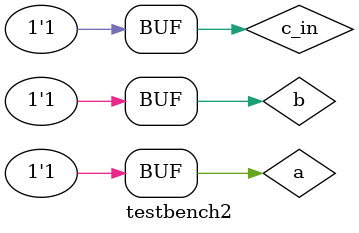
<source format=v>
module testbench2();

    reg a;
    reg b;
    reg c_in;
    wire sum;
    wire c_out;


    full_adder_behavioral2 FULL_ADD(.a(a),.b(b), .carry_in(c_in), .sum(sum), .carry_out(c_out));

    initial begin
        $monitor("MON TESTBENCH2 a=%b,b=%b,c_in=%b,sum=%b,c_out=%b",a,b,c_in,sum,c_out);
    end

    initial begin
        #1; a=0; b=0; c_in=0;
        #1; a=0; b=0; c_in=1;
        #1; a=0; b=1; c_in=0;
        #1; a=0; b=1; c_in=1;
        #1; a=1; b=0; c_in=0;
        #1; a=1; b=0; c_in=1;
        #1; a=1; b=1; c_in=0;
        #1; a=1; b=1; c_in=1;
    end

endmodule
</source>
